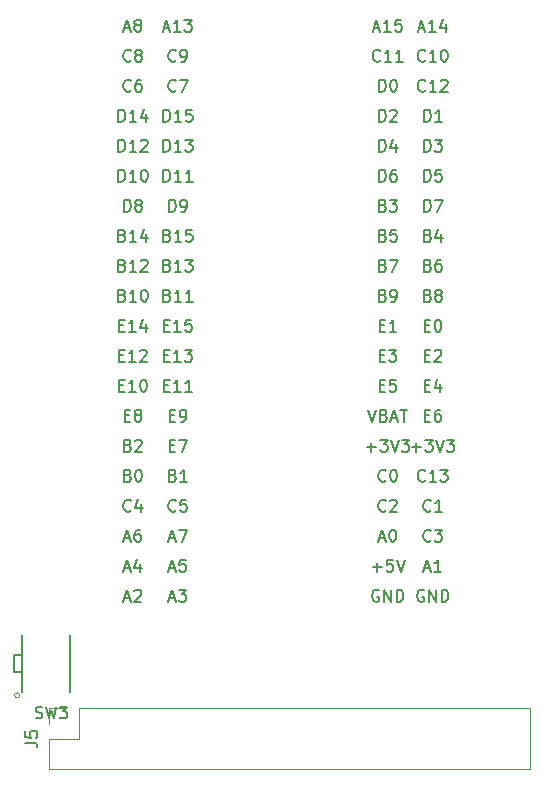
<source format=gbr>
G04 #@! TF.GenerationSoftware,KiCad,Pcbnew,(5.1.4)-1*
G04 #@! TF.CreationDate,2019-12-14T17:44:52+08:00*
G04 #@! TF.ProjectId,STM32F407VTE6-SOCKET,53544d33-3246-4343-9037-565445362d53,rev?*
G04 #@! TF.SameCoordinates,Original*
G04 #@! TF.FileFunction,Legend,Top*
G04 #@! TF.FilePolarity,Positive*
%FSLAX46Y46*%
G04 Gerber Fmt 4.6, Leading zero omitted, Abs format (unit mm)*
G04 Created by KiCad (PCBNEW (5.1.4)-1) date 2019-12-14 17:44:52*
%MOMM*%
%LPD*%
G04 APERTURE LIST*
%ADD10C,0.150000*%
%ADD11C,0.120000*%
%ADD12C,0.200000*%
G04 APERTURE END LIST*
D10*
X133858095Y-163330000D02*
X133762857Y-163282380D01*
X133620000Y-163282380D01*
X133477142Y-163330000D01*
X133381904Y-163425238D01*
X133334285Y-163520476D01*
X133286666Y-163710952D01*
X133286666Y-163853809D01*
X133334285Y-164044285D01*
X133381904Y-164139523D01*
X133477142Y-164234761D01*
X133620000Y-164282380D01*
X133715238Y-164282380D01*
X133858095Y-164234761D01*
X133905714Y-164187142D01*
X133905714Y-163853809D01*
X133715238Y-163853809D01*
X134334285Y-164282380D02*
X134334285Y-163282380D01*
X134905714Y-164282380D01*
X134905714Y-163282380D01*
X135381904Y-164282380D02*
X135381904Y-163282380D01*
X135620000Y-163282380D01*
X135762857Y-163330000D01*
X135858095Y-163425238D01*
X135905714Y-163520476D01*
X135953333Y-163710952D01*
X135953333Y-163853809D01*
X135905714Y-164044285D01*
X135858095Y-164139523D01*
X135762857Y-164234761D01*
X135620000Y-164282380D01*
X135381904Y-164282380D01*
X130048095Y-163330000D02*
X129952857Y-163282380D01*
X129810000Y-163282380D01*
X129667142Y-163330000D01*
X129571904Y-163425238D01*
X129524285Y-163520476D01*
X129476666Y-163710952D01*
X129476666Y-163853809D01*
X129524285Y-164044285D01*
X129571904Y-164139523D01*
X129667142Y-164234761D01*
X129810000Y-164282380D01*
X129905238Y-164282380D01*
X130048095Y-164234761D01*
X130095714Y-164187142D01*
X130095714Y-163853809D01*
X129905238Y-163853809D01*
X130524285Y-164282380D02*
X130524285Y-163282380D01*
X131095714Y-164282380D01*
X131095714Y-163282380D01*
X131571904Y-164282380D02*
X131571904Y-163282380D01*
X131810000Y-163282380D01*
X131952857Y-163330000D01*
X132048095Y-163425238D01*
X132095714Y-163520476D01*
X132143333Y-163710952D01*
X132143333Y-163853809D01*
X132095714Y-164044285D01*
X132048095Y-164139523D01*
X131952857Y-164234761D01*
X131810000Y-164282380D01*
X131571904Y-164282380D01*
X129524285Y-161361428D02*
X130286190Y-161361428D01*
X129905238Y-161742380D02*
X129905238Y-160980476D01*
X131238571Y-160742380D02*
X130762380Y-160742380D01*
X130714761Y-161218571D01*
X130762380Y-161170952D01*
X130857619Y-161123333D01*
X131095714Y-161123333D01*
X131190952Y-161170952D01*
X131238571Y-161218571D01*
X131286190Y-161313809D01*
X131286190Y-161551904D01*
X131238571Y-161647142D01*
X131190952Y-161694761D01*
X131095714Y-161742380D01*
X130857619Y-161742380D01*
X130762380Y-161694761D01*
X130714761Y-161647142D01*
X131571904Y-160742380D02*
X131905238Y-161742380D01*
X132238571Y-160742380D01*
X132858095Y-151201428D02*
X133620000Y-151201428D01*
X133239047Y-151582380D02*
X133239047Y-150820476D01*
X134000952Y-150582380D02*
X134620000Y-150582380D01*
X134286666Y-150963333D01*
X134429523Y-150963333D01*
X134524761Y-151010952D01*
X134572380Y-151058571D01*
X134620000Y-151153809D01*
X134620000Y-151391904D01*
X134572380Y-151487142D01*
X134524761Y-151534761D01*
X134429523Y-151582380D01*
X134143809Y-151582380D01*
X134048571Y-151534761D01*
X134000952Y-151487142D01*
X134905714Y-150582380D02*
X135239047Y-151582380D01*
X135572380Y-150582380D01*
X135810476Y-150582380D02*
X136429523Y-150582380D01*
X136096190Y-150963333D01*
X136239047Y-150963333D01*
X136334285Y-151010952D01*
X136381904Y-151058571D01*
X136429523Y-151153809D01*
X136429523Y-151391904D01*
X136381904Y-151487142D01*
X136334285Y-151534761D01*
X136239047Y-151582380D01*
X135953333Y-151582380D01*
X135858095Y-151534761D01*
X135810476Y-151487142D01*
X129048095Y-151201428D02*
X129810000Y-151201428D01*
X129429047Y-151582380D02*
X129429047Y-150820476D01*
X130190952Y-150582380D02*
X130810000Y-150582380D01*
X130476666Y-150963333D01*
X130619523Y-150963333D01*
X130714761Y-151010952D01*
X130762380Y-151058571D01*
X130810000Y-151153809D01*
X130810000Y-151391904D01*
X130762380Y-151487142D01*
X130714761Y-151534761D01*
X130619523Y-151582380D01*
X130333809Y-151582380D01*
X130238571Y-151534761D01*
X130190952Y-151487142D01*
X131095714Y-150582380D02*
X131429047Y-151582380D01*
X131762380Y-150582380D01*
X132000476Y-150582380D02*
X132619523Y-150582380D01*
X132286190Y-150963333D01*
X132429047Y-150963333D01*
X132524285Y-151010952D01*
X132571904Y-151058571D01*
X132619523Y-151153809D01*
X132619523Y-151391904D01*
X132571904Y-151487142D01*
X132524285Y-151534761D01*
X132429047Y-151582380D01*
X132143333Y-151582380D01*
X132048095Y-151534761D01*
X132000476Y-151487142D01*
X133929523Y-140898571D02*
X134262857Y-140898571D01*
X134405714Y-141422380D02*
X133929523Y-141422380D01*
X133929523Y-140422380D01*
X134405714Y-140422380D01*
X135024761Y-140422380D02*
X135120000Y-140422380D01*
X135215238Y-140470000D01*
X135262857Y-140517619D01*
X135310476Y-140612857D01*
X135358095Y-140803333D01*
X135358095Y-141041428D01*
X135310476Y-141231904D01*
X135262857Y-141327142D01*
X135215238Y-141374761D01*
X135120000Y-141422380D01*
X135024761Y-141422380D01*
X134929523Y-141374761D01*
X134881904Y-141327142D01*
X134834285Y-141231904D01*
X134786666Y-141041428D01*
X134786666Y-140803333D01*
X134834285Y-140612857D01*
X134881904Y-140517619D01*
X134929523Y-140470000D01*
X135024761Y-140422380D01*
X130119523Y-140898571D02*
X130452857Y-140898571D01*
X130595714Y-141422380D02*
X130119523Y-141422380D01*
X130119523Y-140422380D01*
X130595714Y-140422380D01*
X131548095Y-141422380D02*
X130976666Y-141422380D01*
X131262380Y-141422380D02*
X131262380Y-140422380D01*
X131167142Y-140565238D01*
X131071904Y-140660476D01*
X130976666Y-140708095D01*
X133929523Y-143438571D02*
X134262857Y-143438571D01*
X134405714Y-143962380D02*
X133929523Y-143962380D01*
X133929523Y-142962380D01*
X134405714Y-142962380D01*
X134786666Y-143057619D02*
X134834285Y-143010000D01*
X134929523Y-142962380D01*
X135167619Y-142962380D01*
X135262857Y-143010000D01*
X135310476Y-143057619D01*
X135358095Y-143152857D01*
X135358095Y-143248095D01*
X135310476Y-143390952D01*
X134739047Y-143962380D01*
X135358095Y-143962380D01*
X130119523Y-143438571D02*
X130452857Y-143438571D01*
X130595714Y-143962380D02*
X130119523Y-143962380D01*
X130119523Y-142962380D01*
X130595714Y-142962380D01*
X130929047Y-142962380D02*
X131548095Y-142962380D01*
X131214761Y-143343333D01*
X131357619Y-143343333D01*
X131452857Y-143390952D01*
X131500476Y-143438571D01*
X131548095Y-143533809D01*
X131548095Y-143771904D01*
X131500476Y-143867142D01*
X131452857Y-143914761D01*
X131357619Y-143962380D01*
X131071904Y-143962380D01*
X130976666Y-143914761D01*
X130929047Y-143867142D01*
X133929523Y-145978571D02*
X134262857Y-145978571D01*
X134405714Y-146502380D02*
X133929523Y-146502380D01*
X133929523Y-145502380D01*
X134405714Y-145502380D01*
X135262857Y-145835714D02*
X135262857Y-146502380D01*
X135024761Y-145454761D02*
X134786666Y-146169047D01*
X135405714Y-146169047D01*
X130119523Y-145978571D02*
X130452857Y-145978571D01*
X130595714Y-146502380D02*
X130119523Y-146502380D01*
X130119523Y-145502380D01*
X130595714Y-145502380D01*
X131500476Y-145502380D02*
X131024285Y-145502380D01*
X130976666Y-145978571D01*
X131024285Y-145930952D01*
X131119523Y-145883333D01*
X131357619Y-145883333D01*
X131452857Y-145930952D01*
X131500476Y-145978571D01*
X131548095Y-146073809D01*
X131548095Y-146311904D01*
X131500476Y-146407142D01*
X131452857Y-146454761D01*
X131357619Y-146502380D01*
X131119523Y-146502380D01*
X131024285Y-146454761D01*
X130976666Y-146407142D01*
X133929523Y-148518571D02*
X134262857Y-148518571D01*
X134405714Y-149042380D02*
X133929523Y-149042380D01*
X133929523Y-148042380D01*
X134405714Y-148042380D01*
X135262857Y-148042380D02*
X135072380Y-148042380D01*
X134977142Y-148090000D01*
X134929523Y-148137619D01*
X134834285Y-148280476D01*
X134786666Y-148470952D01*
X134786666Y-148851904D01*
X134834285Y-148947142D01*
X134881904Y-148994761D01*
X134977142Y-149042380D01*
X135167619Y-149042380D01*
X135262857Y-148994761D01*
X135310476Y-148947142D01*
X135358095Y-148851904D01*
X135358095Y-148613809D01*
X135310476Y-148518571D01*
X135262857Y-148470952D01*
X135167619Y-148423333D01*
X134977142Y-148423333D01*
X134881904Y-148470952D01*
X134834285Y-148518571D01*
X134786666Y-148613809D01*
X112339523Y-151058571D02*
X112672857Y-151058571D01*
X112815714Y-151582380D02*
X112339523Y-151582380D01*
X112339523Y-150582380D01*
X112815714Y-150582380D01*
X113149047Y-150582380D02*
X113815714Y-150582380D01*
X113387142Y-151582380D01*
X108529523Y-148518571D02*
X108862857Y-148518571D01*
X109005714Y-149042380D02*
X108529523Y-149042380D01*
X108529523Y-148042380D01*
X109005714Y-148042380D01*
X109577142Y-148470952D02*
X109481904Y-148423333D01*
X109434285Y-148375714D01*
X109386666Y-148280476D01*
X109386666Y-148232857D01*
X109434285Y-148137619D01*
X109481904Y-148090000D01*
X109577142Y-148042380D01*
X109767619Y-148042380D01*
X109862857Y-148090000D01*
X109910476Y-148137619D01*
X109958095Y-148232857D01*
X109958095Y-148280476D01*
X109910476Y-148375714D01*
X109862857Y-148423333D01*
X109767619Y-148470952D01*
X109577142Y-148470952D01*
X109481904Y-148518571D01*
X109434285Y-148566190D01*
X109386666Y-148661428D01*
X109386666Y-148851904D01*
X109434285Y-148947142D01*
X109481904Y-148994761D01*
X109577142Y-149042380D01*
X109767619Y-149042380D01*
X109862857Y-148994761D01*
X109910476Y-148947142D01*
X109958095Y-148851904D01*
X109958095Y-148661428D01*
X109910476Y-148566190D01*
X109862857Y-148518571D01*
X109767619Y-148470952D01*
X112339523Y-148518571D02*
X112672857Y-148518571D01*
X112815714Y-149042380D02*
X112339523Y-149042380D01*
X112339523Y-148042380D01*
X112815714Y-148042380D01*
X113291904Y-149042380D02*
X113482380Y-149042380D01*
X113577619Y-148994761D01*
X113625238Y-148947142D01*
X113720476Y-148804285D01*
X113768095Y-148613809D01*
X113768095Y-148232857D01*
X113720476Y-148137619D01*
X113672857Y-148090000D01*
X113577619Y-148042380D01*
X113387142Y-148042380D01*
X113291904Y-148090000D01*
X113244285Y-148137619D01*
X113196666Y-148232857D01*
X113196666Y-148470952D01*
X113244285Y-148566190D01*
X113291904Y-148613809D01*
X113387142Y-148661428D01*
X113577619Y-148661428D01*
X113672857Y-148613809D01*
X113720476Y-148566190D01*
X113768095Y-148470952D01*
X108053333Y-145978571D02*
X108386666Y-145978571D01*
X108529523Y-146502380D02*
X108053333Y-146502380D01*
X108053333Y-145502380D01*
X108529523Y-145502380D01*
X109481904Y-146502380D02*
X108910476Y-146502380D01*
X109196190Y-146502380D02*
X109196190Y-145502380D01*
X109100952Y-145645238D01*
X109005714Y-145740476D01*
X108910476Y-145788095D01*
X110100952Y-145502380D02*
X110196190Y-145502380D01*
X110291428Y-145550000D01*
X110339047Y-145597619D01*
X110386666Y-145692857D01*
X110434285Y-145883333D01*
X110434285Y-146121428D01*
X110386666Y-146311904D01*
X110339047Y-146407142D01*
X110291428Y-146454761D01*
X110196190Y-146502380D01*
X110100952Y-146502380D01*
X110005714Y-146454761D01*
X109958095Y-146407142D01*
X109910476Y-146311904D01*
X109862857Y-146121428D01*
X109862857Y-145883333D01*
X109910476Y-145692857D01*
X109958095Y-145597619D01*
X110005714Y-145550000D01*
X110100952Y-145502380D01*
X111863333Y-145978571D02*
X112196666Y-145978571D01*
X112339523Y-146502380D02*
X111863333Y-146502380D01*
X111863333Y-145502380D01*
X112339523Y-145502380D01*
X113291904Y-146502380D02*
X112720476Y-146502380D01*
X113006190Y-146502380D02*
X113006190Y-145502380D01*
X112910952Y-145645238D01*
X112815714Y-145740476D01*
X112720476Y-145788095D01*
X114244285Y-146502380D02*
X113672857Y-146502380D01*
X113958571Y-146502380D02*
X113958571Y-145502380D01*
X113863333Y-145645238D01*
X113768095Y-145740476D01*
X113672857Y-145788095D01*
X108053333Y-143438571D02*
X108386666Y-143438571D01*
X108529523Y-143962380D02*
X108053333Y-143962380D01*
X108053333Y-142962380D01*
X108529523Y-142962380D01*
X109481904Y-143962380D02*
X108910476Y-143962380D01*
X109196190Y-143962380D02*
X109196190Y-142962380D01*
X109100952Y-143105238D01*
X109005714Y-143200476D01*
X108910476Y-143248095D01*
X109862857Y-143057619D02*
X109910476Y-143010000D01*
X110005714Y-142962380D01*
X110243809Y-142962380D01*
X110339047Y-143010000D01*
X110386666Y-143057619D01*
X110434285Y-143152857D01*
X110434285Y-143248095D01*
X110386666Y-143390952D01*
X109815238Y-143962380D01*
X110434285Y-143962380D01*
X111863333Y-143438571D02*
X112196666Y-143438571D01*
X112339523Y-143962380D02*
X111863333Y-143962380D01*
X111863333Y-142962380D01*
X112339523Y-142962380D01*
X113291904Y-143962380D02*
X112720476Y-143962380D01*
X113006190Y-143962380D02*
X113006190Y-142962380D01*
X112910952Y-143105238D01*
X112815714Y-143200476D01*
X112720476Y-143248095D01*
X113625238Y-142962380D02*
X114244285Y-142962380D01*
X113910952Y-143343333D01*
X114053809Y-143343333D01*
X114149047Y-143390952D01*
X114196666Y-143438571D01*
X114244285Y-143533809D01*
X114244285Y-143771904D01*
X114196666Y-143867142D01*
X114149047Y-143914761D01*
X114053809Y-143962380D01*
X113768095Y-143962380D01*
X113672857Y-143914761D01*
X113625238Y-143867142D01*
X108053333Y-140898571D02*
X108386666Y-140898571D01*
X108529523Y-141422380D02*
X108053333Y-141422380D01*
X108053333Y-140422380D01*
X108529523Y-140422380D01*
X109481904Y-141422380D02*
X108910476Y-141422380D01*
X109196190Y-141422380D02*
X109196190Y-140422380D01*
X109100952Y-140565238D01*
X109005714Y-140660476D01*
X108910476Y-140708095D01*
X110339047Y-140755714D02*
X110339047Y-141422380D01*
X110100952Y-140374761D02*
X109862857Y-141089047D01*
X110481904Y-141089047D01*
X111863333Y-140898571D02*
X112196666Y-140898571D01*
X112339523Y-141422380D02*
X111863333Y-141422380D01*
X111863333Y-140422380D01*
X112339523Y-140422380D01*
X113291904Y-141422380D02*
X112720476Y-141422380D01*
X113006190Y-141422380D02*
X113006190Y-140422380D01*
X112910952Y-140565238D01*
X112815714Y-140660476D01*
X112720476Y-140708095D01*
X114196666Y-140422380D02*
X113720476Y-140422380D01*
X113672857Y-140898571D01*
X113720476Y-140850952D01*
X113815714Y-140803333D01*
X114053809Y-140803333D01*
X114149047Y-140850952D01*
X114196666Y-140898571D01*
X114244285Y-140993809D01*
X114244285Y-141231904D01*
X114196666Y-141327142D01*
X114149047Y-141374761D01*
X114053809Y-141422380D01*
X113815714Y-141422380D01*
X113720476Y-141374761D01*
X113672857Y-141327142D01*
X130071904Y-121102380D02*
X130071904Y-120102380D01*
X130310000Y-120102380D01*
X130452857Y-120150000D01*
X130548095Y-120245238D01*
X130595714Y-120340476D01*
X130643333Y-120530952D01*
X130643333Y-120673809D01*
X130595714Y-120864285D01*
X130548095Y-120959523D01*
X130452857Y-121054761D01*
X130310000Y-121102380D01*
X130071904Y-121102380D01*
X131262380Y-120102380D02*
X131357619Y-120102380D01*
X131452857Y-120150000D01*
X131500476Y-120197619D01*
X131548095Y-120292857D01*
X131595714Y-120483333D01*
X131595714Y-120721428D01*
X131548095Y-120911904D01*
X131500476Y-121007142D01*
X131452857Y-121054761D01*
X131357619Y-121102380D01*
X131262380Y-121102380D01*
X131167142Y-121054761D01*
X131119523Y-121007142D01*
X131071904Y-120911904D01*
X131024285Y-120721428D01*
X131024285Y-120483333D01*
X131071904Y-120292857D01*
X131119523Y-120197619D01*
X131167142Y-120150000D01*
X131262380Y-120102380D01*
X133881904Y-123642380D02*
X133881904Y-122642380D01*
X134120000Y-122642380D01*
X134262857Y-122690000D01*
X134358095Y-122785238D01*
X134405714Y-122880476D01*
X134453333Y-123070952D01*
X134453333Y-123213809D01*
X134405714Y-123404285D01*
X134358095Y-123499523D01*
X134262857Y-123594761D01*
X134120000Y-123642380D01*
X133881904Y-123642380D01*
X135405714Y-123642380D02*
X134834285Y-123642380D01*
X135120000Y-123642380D02*
X135120000Y-122642380D01*
X135024761Y-122785238D01*
X134929523Y-122880476D01*
X134834285Y-122928095D01*
X130071904Y-123642380D02*
X130071904Y-122642380D01*
X130310000Y-122642380D01*
X130452857Y-122690000D01*
X130548095Y-122785238D01*
X130595714Y-122880476D01*
X130643333Y-123070952D01*
X130643333Y-123213809D01*
X130595714Y-123404285D01*
X130548095Y-123499523D01*
X130452857Y-123594761D01*
X130310000Y-123642380D01*
X130071904Y-123642380D01*
X131024285Y-122737619D02*
X131071904Y-122690000D01*
X131167142Y-122642380D01*
X131405238Y-122642380D01*
X131500476Y-122690000D01*
X131548095Y-122737619D01*
X131595714Y-122832857D01*
X131595714Y-122928095D01*
X131548095Y-123070952D01*
X130976666Y-123642380D01*
X131595714Y-123642380D01*
X133881904Y-126182380D02*
X133881904Y-125182380D01*
X134120000Y-125182380D01*
X134262857Y-125230000D01*
X134358095Y-125325238D01*
X134405714Y-125420476D01*
X134453333Y-125610952D01*
X134453333Y-125753809D01*
X134405714Y-125944285D01*
X134358095Y-126039523D01*
X134262857Y-126134761D01*
X134120000Y-126182380D01*
X133881904Y-126182380D01*
X134786666Y-125182380D02*
X135405714Y-125182380D01*
X135072380Y-125563333D01*
X135215238Y-125563333D01*
X135310476Y-125610952D01*
X135358095Y-125658571D01*
X135405714Y-125753809D01*
X135405714Y-125991904D01*
X135358095Y-126087142D01*
X135310476Y-126134761D01*
X135215238Y-126182380D01*
X134929523Y-126182380D01*
X134834285Y-126134761D01*
X134786666Y-126087142D01*
X130071904Y-126182380D02*
X130071904Y-125182380D01*
X130310000Y-125182380D01*
X130452857Y-125230000D01*
X130548095Y-125325238D01*
X130595714Y-125420476D01*
X130643333Y-125610952D01*
X130643333Y-125753809D01*
X130595714Y-125944285D01*
X130548095Y-126039523D01*
X130452857Y-126134761D01*
X130310000Y-126182380D01*
X130071904Y-126182380D01*
X131500476Y-125515714D02*
X131500476Y-126182380D01*
X131262380Y-125134761D02*
X131024285Y-125849047D01*
X131643333Y-125849047D01*
X133881904Y-128722380D02*
X133881904Y-127722380D01*
X134120000Y-127722380D01*
X134262857Y-127770000D01*
X134358095Y-127865238D01*
X134405714Y-127960476D01*
X134453333Y-128150952D01*
X134453333Y-128293809D01*
X134405714Y-128484285D01*
X134358095Y-128579523D01*
X134262857Y-128674761D01*
X134120000Y-128722380D01*
X133881904Y-128722380D01*
X135358095Y-127722380D02*
X134881904Y-127722380D01*
X134834285Y-128198571D01*
X134881904Y-128150952D01*
X134977142Y-128103333D01*
X135215238Y-128103333D01*
X135310476Y-128150952D01*
X135358095Y-128198571D01*
X135405714Y-128293809D01*
X135405714Y-128531904D01*
X135358095Y-128627142D01*
X135310476Y-128674761D01*
X135215238Y-128722380D01*
X134977142Y-128722380D01*
X134881904Y-128674761D01*
X134834285Y-128627142D01*
X130071904Y-128722380D02*
X130071904Y-127722380D01*
X130310000Y-127722380D01*
X130452857Y-127770000D01*
X130548095Y-127865238D01*
X130595714Y-127960476D01*
X130643333Y-128150952D01*
X130643333Y-128293809D01*
X130595714Y-128484285D01*
X130548095Y-128579523D01*
X130452857Y-128674761D01*
X130310000Y-128722380D01*
X130071904Y-128722380D01*
X131500476Y-127722380D02*
X131310000Y-127722380D01*
X131214761Y-127770000D01*
X131167142Y-127817619D01*
X131071904Y-127960476D01*
X131024285Y-128150952D01*
X131024285Y-128531904D01*
X131071904Y-128627142D01*
X131119523Y-128674761D01*
X131214761Y-128722380D01*
X131405238Y-128722380D01*
X131500476Y-128674761D01*
X131548095Y-128627142D01*
X131595714Y-128531904D01*
X131595714Y-128293809D01*
X131548095Y-128198571D01*
X131500476Y-128150952D01*
X131405238Y-128103333D01*
X131214761Y-128103333D01*
X131119523Y-128150952D01*
X131071904Y-128198571D01*
X131024285Y-128293809D01*
X133881904Y-131262380D02*
X133881904Y-130262380D01*
X134120000Y-130262380D01*
X134262857Y-130310000D01*
X134358095Y-130405238D01*
X134405714Y-130500476D01*
X134453333Y-130690952D01*
X134453333Y-130833809D01*
X134405714Y-131024285D01*
X134358095Y-131119523D01*
X134262857Y-131214761D01*
X134120000Y-131262380D01*
X133881904Y-131262380D01*
X134786666Y-130262380D02*
X135453333Y-130262380D01*
X135024761Y-131262380D01*
X108481904Y-131262380D02*
X108481904Y-130262380D01*
X108720000Y-130262380D01*
X108862857Y-130310000D01*
X108958095Y-130405238D01*
X109005714Y-130500476D01*
X109053333Y-130690952D01*
X109053333Y-130833809D01*
X109005714Y-131024285D01*
X108958095Y-131119523D01*
X108862857Y-131214761D01*
X108720000Y-131262380D01*
X108481904Y-131262380D01*
X109624761Y-130690952D02*
X109529523Y-130643333D01*
X109481904Y-130595714D01*
X109434285Y-130500476D01*
X109434285Y-130452857D01*
X109481904Y-130357619D01*
X109529523Y-130310000D01*
X109624761Y-130262380D01*
X109815238Y-130262380D01*
X109910476Y-130310000D01*
X109958095Y-130357619D01*
X110005714Y-130452857D01*
X110005714Y-130500476D01*
X109958095Y-130595714D01*
X109910476Y-130643333D01*
X109815238Y-130690952D01*
X109624761Y-130690952D01*
X109529523Y-130738571D01*
X109481904Y-130786190D01*
X109434285Y-130881428D01*
X109434285Y-131071904D01*
X109481904Y-131167142D01*
X109529523Y-131214761D01*
X109624761Y-131262380D01*
X109815238Y-131262380D01*
X109910476Y-131214761D01*
X109958095Y-131167142D01*
X110005714Y-131071904D01*
X110005714Y-130881428D01*
X109958095Y-130786190D01*
X109910476Y-130738571D01*
X109815238Y-130690952D01*
X112291904Y-131262380D02*
X112291904Y-130262380D01*
X112530000Y-130262380D01*
X112672857Y-130310000D01*
X112768095Y-130405238D01*
X112815714Y-130500476D01*
X112863333Y-130690952D01*
X112863333Y-130833809D01*
X112815714Y-131024285D01*
X112768095Y-131119523D01*
X112672857Y-131214761D01*
X112530000Y-131262380D01*
X112291904Y-131262380D01*
X113339523Y-131262380D02*
X113530000Y-131262380D01*
X113625238Y-131214761D01*
X113672857Y-131167142D01*
X113768095Y-131024285D01*
X113815714Y-130833809D01*
X113815714Y-130452857D01*
X113768095Y-130357619D01*
X113720476Y-130310000D01*
X113625238Y-130262380D01*
X113434761Y-130262380D01*
X113339523Y-130310000D01*
X113291904Y-130357619D01*
X113244285Y-130452857D01*
X113244285Y-130690952D01*
X113291904Y-130786190D01*
X113339523Y-130833809D01*
X113434761Y-130881428D01*
X113625238Y-130881428D01*
X113720476Y-130833809D01*
X113768095Y-130786190D01*
X113815714Y-130690952D01*
X108005714Y-128722380D02*
X108005714Y-127722380D01*
X108243809Y-127722380D01*
X108386666Y-127770000D01*
X108481904Y-127865238D01*
X108529523Y-127960476D01*
X108577142Y-128150952D01*
X108577142Y-128293809D01*
X108529523Y-128484285D01*
X108481904Y-128579523D01*
X108386666Y-128674761D01*
X108243809Y-128722380D01*
X108005714Y-128722380D01*
X109529523Y-128722380D02*
X108958095Y-128722380D01*
X109243809Y-128722380D02*
X109243809Y-127722380D01*
X109148571Y-127865238D01*
X109053333Y-127960476D01*
X108958095Y-128008095D01*
X110148571Y-127722380D02*
X110243809Y-127722380D01*
X110339047Y-127770000D01*
X110386666Y-127817619D01*
X110434285Y-127912857D01*
X110481904Y-128103333D01*
X110481904Y-128341428D01*
X110434285Y-128531904D01*
X110386666Y-128627142D01*
X110339047Y-128674761D01*
X110243809Y-128722380D01*
X110148571Y-128722380D01*
X110053333Y-128674761D01*
X110005714Y-128627142D01*
X109958095Y-128531904D01*
X109910476Y-128341428D01*
X109910476Y-128103333D01*
X109958095Y-127912857D01*
X110005714Y-127817619D01*
X110053333Y-127770000D01*
X110148571Y-127722380D01*
X111815714Y-128722380D02*
X111815714Y-127722380D01*
X112053809Y-127722380D01*
X112196666Y-127770000D01*
X112291904Y-127865238D01*
X112339523Y-127960476D01*
X112387142Y-128150952D01*
X112387142Y-128293809D01*
X112339523Y-128484285D01*
X112291904Y-128579523D01*
X112196666Y-128674761D01*
X112053809Y-128722380D01*
X111815714Y-128722380D01*
X113339523Y-128722380D02*
X112768095Y-128722380D01*
X113053809Y-128722380D02*
X113053809Y-127722380D01*
X112958571Y-127865238D01*
X112863333Y-127960476D01*
X112768095Y-128008095D01*
X114291904Y-128722380D02*
X113720476Y-128722380D01*
X114006190Y-128722380D02*
X114006190Y-127722380D01*
X113910952Y-127865238D01*
X113815714Y-127960476D01*
X113720476Y-128008095D01*
X108005714Y-126182380D02*
X108005714Y-125182380D01*
X108243809Y-125182380D01*
X108386666Y-125230000D01*
X108481904Y-125325238D01*
X108529523Y-125420476D01*
X108577142Y-125610952D01*
X108577142Y-125753809D01*
X108529523Y-125944285D01*
X108481904Y-126039523D01*
X108386666Y-126134761D01*
X108243809Y-126182380D01*
X108005714Y-126182380D01*
X109529523Y-126182380D02*
X108958095Y-126182380D01*
X109243809Y-126182380D02*
X109243809Y-125182380D01*
X109148571Y-125325238D01*
X109053333Y-125420476D01*
X108958095Y-125468095D01*
X109910476Y-125277619D02*
X109958095Y-125230000D01*
X110053333Y-125182380D01*
X110291428Y-125182380D01*
X110386666Y-125230000D01*
X110434285Y-125277619D01*
X110481904Y-125372857D01*
X110481904Y-125468095D01*
X110434285Y-125610952D01*
X109862857Y-126182380D01*
X110481904Y-126182380D01*
X111815714Y-126182380D02*
X111815714Y-125182380D01*
X112053809Y-125182380D01*
X112196666Y-125230000D01*
X112291904Y-125325238D01*
X112339523Y-125420476D01*
X112387142Y-125610952D01*
X112387142Y-125753809D01*
X112339523Y-125944285D01*
X112291904Y-126039523D01*
X112196666Y-126134761D01*
X112053809Y-126182380D01*
X111815714Y-126182380D01*
X113339523Y-126182380D02*
X112768095Y-126182380D01*
X113053809Y-126182380D02*
X113053809Y-125182380D01*
X112958571Y-125325238D01*
X112863333Y-125420476D01*
X112768095Y-125468095D01*
X113672857Y-125182380D02*
X114291904Y-125182380D01*
X113958571Y-125563333D01*
X114101428Y-125563333D01*
X114196666Y-125610952D01*
X114244285Y-125658571D01*
X114291904Y-125753809D01*
X114291904Y-125991904D01*
X114244285Y-126087142D01*
X114196666Y-126134761D01*
X114101428Y-126182380D01*
X113815714Y-126182380D01*
X113720476Y-126134761D01*
X113672857Y-126087142D01*
X108005714Y-123642380D02*
X108005714Y-122642380D01*
X108243809Y-122642380D01*
X108386666Y-122690000D01*
X108481904Y-122785238D01*
X108529523Y-122880476D01*
X108577142Y-123070952D01*
X108577142Y-123213809D01*
X108529523Y-123404285D01*
X108481904Y-123499523D01*
X108386666Y-123594761D01*
X108243809Y-123642380D01*
X108005714Y-123642380D01*
X109529523Y-123642380D02*
X108958095Y-123642380D01*
X109243809Y-123642380D02*
X109243809Y-122642380D01*
X109148571Y-122785238D01*
X109053333Y-122880476D01*
X108958095Y-122928095D01*
X110386666Y-122975714D02*
X110386666Y-123642380D01*
X110148571Y-122594761D02*
X109910476Y-123309047D01*
X110529523Y-123309047D01*
X111815714Y-123642380D02*
X111815714Y-122642380D01*
X112053809Y-122642380D01*
X112196666Y-122690000D01*
X112291904Y-122785238D01*
X112339523Y-122880476D01*
X112387142Y-123070952D01*
X112387142Y-123213809D01*
X112339523Y-123404285D01*
X112291904Y-123499523D01*
X112196666Y-123594761D01*
X112053809Y-123642380D01*
X111815714Y-123642380D01*
X113339523Y-123642380D02*
X112768095Y-123642380D01*
X113053809Y-123642380D02*
X113053809Y-122642380D01*
X112958571Y-122785238D01*
X112863333Y-122880476D01*
X112768095Y-122928095D01*
X114244285Y-122642380D02*
X113768095Y-122642380D01*
X113720476Y-123118571D01*
X113768095Y-123070952D01*
X113863333Y-123023333D01*
X114101428Y-123023333D01*
X114196666Y-123070952D01*
X114244285Y-123118571D01*
X114291904Y-123213809D01*
X114291904Y-123451904D01*
X114244285Y-123547142D01*
X114196666Y-123594761D01*
X114101428Y-123642380D01*
X113863333Y-123642380D01*
X113768095Y-123594761D01*
X113720476Y-123547142D01*
X108815238Y-153598571D02*
X108958095Y-153646190D01*
X109005714Y-153693809D01*
X109053333Y-153789047D01*
X109053333Y-153931904D01*
X109005714Y-154027142D01*
X108958095Y-154074761D01*
X108862857Y-154122380D01*
X108481904Y-154122380D01*
X108481904Y-153122380D01*
X108815238Y-153122380D01*
X108910476Y-153170000D01*
X108958095Y-153217619D01*
X109005714Y-153312857D01*
X109005714Y-153408095D01*
X108958095Y-153503333D01*
X108910476Y-153550952D01*
X108815238Y-153598571D01*
X108481904Y-153598571D01*
X109672380Y-153122380D02*
X109767619Y-153122380D01*
X109862857Y-153170000D01*
X109910476Y-153217619D01*
X109958095Y-153312857D01*
X110005714Y-153503333D01*
X110005714Y-153741428D01*
X109958095Y-153931904D01*
X109910476Y-154027142D01*
X109862857Y-154074761D01*
X109767619Y-154122380D01*
X109672380Y-154122380D01*
X109577142Y-154074761D01*
X109529523Y-154027142D01*
X109481904Y-153931904D01*
X109434285Y-153741428D01*
X109434285Y-153503333D01*
X109481904Y-153312857D01*
X109529523Y-153217619D01*
X109577142Y-153170000D01*
X109672380Y-153122380D01*
X112625238Y-153598571D02*
X112768095Y-153646190D01*
X112815714Y-153693809D01*
X112863333Y-153789047D01*
X112863333Y-153931904D01*
X112815714Y-154027142D01*
X112768095Y-154074761D01*
X112672857Y-154122380D01*
X112291904Y-154122380D01*
X112291904Y-153122380D01*
X112625238Y-153122380D01*
X112720476Y-153170000D01*
X112768095Y-153217619D01*
X112815714Y-153312857D01*
X112815714Y-153408095D01*
X112768095Y-153503333D01*
X112720476Y-153550952D01*
X112625238Y-153598571D01*
X112291904Y-153598571D01*
X113815714Y-154122380D02*
X113244285Y-154122380D01*
X113530000Y-154122380D02*
X113530000Y-153122380D01*
X113434761Y-153265238D01*
X113339523Y-153360476D01*
X113244285Y-153408095D01*
X108815238Y-151058571D02*
X108958095Y-151106190D01*
X109005714Y-151153809D01*
X109053333Y-151249047D01*
X109053333Y-151391904D01*
X109005714Y-151487142D01*
X108958095Y-151534761D01*
X108862857Y-151582380D01*
X108481904Y-151582380D01*
X108481904Y-150582380D01*
X108815238Y-150582380D01*
X108910476Y-150630000D01*
X108958095Y-150677619D01*
X109005714Y-150772857D01*
X109005714Y-150868095D01*
X108958095Y-150963333D01*
X108910476Y-151010952D01*
X108815238Y-151058571D01*
X108481904Y-151058571D01*
X109434285Y-150677619D02*
X109481904Y-150630000D01*
X109577142Y-150582380D01*
X109815238Y-150582380D01*
X109910476Y-150630000D01*
X109958095Y-150677619D01*
X110005714Y-150772857D01*
X110005714Y-150868095D01*
X109958095Y-151010952D01*
X109386666Y-151582380D01*
X110005714Y-151582380D01*
X130405238Y-130738571D02*
X130548095Y-130786190D01*
X130595714Y-130833809D01*
X130643333Y-130929047D01*
X130643333Y-131071904D01*
X130595714Y-131167142D01*
X130548095Y-131214761D01*
X130452857Y-131262380D01*
X130071904Y-131262380D01*
X130071904Y-130262380D01*
X130405238Y-130262380D01*
X130500476Y-130310000D01*
X130548095Y-130357619D01*
X130595714Y-130452857D01*
X130595714Y-130548095D01*
X130548095Y-130643333D01*
X130500476Y-130690952D01*
X130405238Y-130738571D01*
X130071904Y-130738571D01*
X130976666Y-130262380D02*
X131595714Y-130262380D01*
X131262380Y-130643333D01*
X131405238Y-130643333D01*
X131500476Y-130690952D01*
X131548095Y-130738571D01*
X131595714Y-130833809D01*
X131595714Y-131071904D01*
X131548095Y-131167142D01*
X131500476Y-131214761D01*
X131405238Y-131262380D01*
X131119523Y-131262380D01*
X131024285Y-131214761D01*
X130976666Y-131167142D01*
X134215238Y-133278571D02*
X134358095Y-133326190D01*
X134405714Y-133373809D01*
X134453333Y-133469047D01*
X134453333Y-133611904D01*
X134405714Y-133707142D01*
X134358095Y-133754761D01*
X134262857Y-133802380D01*
X133881904Y-133802380D01*
X133881904Y-132802380D01*
X134215238Y-132802380D01*
X134310476Y-132850000D01*
X134358095Y-132897619D01*
X134405714Y-132992857D01*
X134405714Y-133088095D01*
X134358095Y-133183333D01*
X134310476Y-133230952D01*
X134215238Y-133278571D01*
X133881904Y-133278571D01*
X135310476Y-133135714D02*
X135310476Y-133802380D01*
X135072380Y-132754761D02*
X134834285Y-133469047D01*
X135453333Y-133469047D01*
X130405238Y-133278571D02*
X130548095Y-133326190D01*
X130595714Y-133373809D01*
X130643333Y-133469047D01*
X130643333Y-133611904D01*
X130595714Y-133707142D01*
X130548095Y-133754761D01*
X130452857Y-133802380D01*
X130071904Y-133802380D01*
X130071904Y-132802380D01*
X130405238Y-132802380D01*
X130500476Y-132850000D01*
X130548095Y-132897619D01*
X130595714Y-132992857D01*
X130595714Y-133088095D01*
X130548095Y-133183333D01*
X130500476Y-133230952D01*
X130405238Y-133278571D01*
X130071904Y-133278571D01*
X131548095Y-132802380D02*
X131071904Y-132802380D01*
X131024285Y-133278571D01*
X131071904Y-133230952D01*
X131167142Y-133183333D01*
X131405238Y-133183333D01*
X131500476Y-133230952D01*
X131548095Y-133278571D01*
X131595714Y-133373809D01*
X131595714Y-133611904D01*
X131548095Y-133707142D01*
X131500476Y-133754761D01*
X131405238Y-133802380D01*
X131167142Y-133802380D01*
X131071904Y-133754761D01*
X131024285Y-133707142D01*
X134215238Y-135818571D02*
X134358095Y-135866190D01*
X134405714Y-135913809D01*
X134453333Y-136009047D01*
X134453333Y-136151904D01*
X134405714Y-136247142D01*
X134358095Y-136294761D01*
X134262857Y-136342380D01*
X133881904Y-136342380D01*
X133881904Y-135342380D01*
X134215238Y-135342380D01*
X134310476Y-135390000D01*
X134358095Y-135437619D01*
X134405714Y-135532857D01*
X134405714Y-135628095D01*
X134358095Y-135723333D01*
X134310476Y-135770952D01*
X134215238Y-135818571D01*
X133881904Y-135818571D01*
X135310476Y-135342380D02*
X135120000Y-135342380D01*
X135024761Y-135390000D01*
X134977142Y-135437619D01*
X134881904Y-135580476D01*
X134834285Y-135770952D01*
X134834285Y-136151904D01*
X134881904Y-136247142D01*
X134929523Y-136294761D01*
X135024761Y-136342380D01*
X135215238Y-136342380D01*
X135310476Y-136294761D01*
X135358095Y-136247142D01*
X135405714Y-136151904D01*
X135405714Y-135913809D01*
X135358095Y-135818571D01*
X135310476Y-135770952D01*
X135215238Y-135723333D01*
X135024761Y-135723333D01*
X134929523Y-135770952D01*
X134881904Y-135818571D01*
X134834285Y-135913809D01*
X130405238Y-135818571D02*
X130548095Y-135866190D01*
X130595714Y-135913809D01*
X130643333Y-136009047D01*
X130643333Y-136151904D01*
X130595714Y-136247142D01*
X130548095Y-136294761D01*
X130452857Y-136342380D01*
X130071904Y-136342380D01*
X130071904Y-135342380D01*
X130405238Y-135342380D01*
X130500476Y-135390000D01*
X130548095Y-135437619D01*
X130595714Y-135532857D01*
X130595714Y-135628095D01*
X130548095Y-135723333D01*
X130500476Y-135770952D01*
X130405238Y-135818571D01*
X130071904Y-135818571D01*
X130976666Y-135342380D02*
X131643333Y-135342380D01*
X131214761Y-136342380D01*
X134215238Y-138358571D02*
X134358095Y-138406190D01*
X134405714Y-138453809D01*
X134453333Y-138549047D01*
X134453333Y-138691904D01*
X134405714Y-138787142D01*
X134358095Y-138834761D01*
X134262857Y-138882380D01*
X133881904Y-138882380D01*
X133881904Y-137882380D01*
X134215238Y-137882380D01*
X134310476Y-137930000D01*
X134358095Y-137977619D01*
X134405714Y-138072857D01*
X134405714Y-138168095D01*
X134358095Y-138263333D01*
X134310476Y-138310952D01*
X134215238Y-138358571D01*
X133881904Y-138358571D01*
X135024761Y-138310952D02*
X134929523Y-138263333D01*
X134881904Y-138215714D01*
X134834285Y-138120476D01*
X134834285Y-138072857D01*
X134881904Y-137977619D01*
X134929523Y-137930000D01*
X135024761Y-137882380D01*
X135215238Y-137882380D01*
X135310476Y-137930000D01*
X135358095Y-137977619D01*
X135405714Y-138072857D01*
X135405714Y-138120476D01*
X135358095Y-138215714D01*
X135310476Y-138263333D01*
X135215238Y-138310952D01*
X135024761Y-138310952D01*
X134929523Y-138358571D01*
X134881904Y-138406190D01*
X134834285Y-138501428D01*
X134834285Y-138691904D01*
X134881904Y-138787142D01*
X134929523Y-138834761D01*
X135024761Y-138882380D01*
X135215238Y-138882380D01*
X135310476Y-138834761D01*
X135358095Y-138787142D01*
X135405714Y-138691904D01*
X135405714Y-138501428D01*
X135358095Y-138406190D01*
X135310476Y-138358571D01*
X135215238Y-138310952D01*
X130405238Y-138358571D02*
X130548095Y-138406190D01*
X130595714Y-138453809D01*
X130643333Y-138549047D01*
X130643333Y-138691904D01*
X130595714Y-138787142D01*
X130548095Y-138834761D01*
X130452857Y-138882380D01*
X130071904Y-138882380D01*
X130071904Y-137882380D01*
X130405238Y-137882380D01*
X130500476Y-137930000D01*
X130548095Y-137977619D01*
X130595714Y-138072857D01*
X130595714Y-138168095D01*
X130548095Y-138263333D01*
X130500476Y-138310952D01*
X130405238Y-138358571D01*
X130071904Y-138358571D01*
X131119523Y-138882380D02*
X131310000Y-138882380D01*
X131405238Y-138834761D01*
X131452857Y-138787142D01*
X131548095Y-138644285D01*
X131595714Y-138453809D01*
X131595714Y-138072857D01*
X131548095Y-137977619D01*
X131500476Y-137930000D01*
X131405238Y-137882380D01*
X131214761Y-137882380D01*
X131119523Y-137930000D01*
X131071904Y-137977619D01*
X131024285Y-138072857D01*
X131024285Y-138310952D01*
X131071904Y-138406190D01*
X131119523Y-138453809D01*
X131214761Y-138501428D01*
X131405238Y-138501428D01*
X131500476Y-138453809D01*
X131548095Y-138406190D01*
X131595714Y-138310952D01*
X108339047Y-138358571D02*
X108481904Y-138406190D01*
X108529523Y-138453809D01*
X108577142Y-138549047D01*
X108577142Y-138691904D01*
X108529523Y-138787142D01*
X108481904Y-138834761D01*
X108386666Y-138882380D01*
X108005714Y-138882380D01*
X108005714Y-137882380D01*
X108339047Y-137882380D01*
X108434285Y-137930000D01*
X108481904Y-137977619D01*
X108529523Y-138072857D01*
X108529523Y-138168095D01*
X108481904Y-138263333D01*
X108434285Y-138310952D01*
X108339047Y-138358571D01*
X108005714Y-138358571D01*
X109529523Y-138882380D02*
X108958095Y-138882380D01*
X109243809Y-138882380D02*
X109243809Y-137882380D01*
X109148571Y-138025238D01*
X109053333Y-138120476D01*
X108958095Y-138168095D01*
X110148571Y-137882380D02*
X110243809Y-137882380D01*
X110339047Y-137930000D01*
X110386666Y-137977619D01*
X110434285Y-138072857D01*
X110481904Y-138263333D01*
X110481904Y-138501428D01*
X110434285Y-138691904D01*
X110386666Y-138787142D01*
X110339047Y-138834761D01*
X110243809Y-138882380D01*
X110148571Y-138882380D01*
X110053333Y-138834761D01*
X110005714Y-138787142D01*
X109958095Y-138691904D01*
X109910476Y-138501428D01*
X109910476Y-138263333D01*
X109958095Y-138072857D01*
X110005714Y-137977619D01*
X110053333Y-137930000D01*
X110148571Y-137882380D01*
X112149047Y-138358571D02*
X112291904Y-138406190D01*
X112339523Y-138453809D01*
X112387142Y-138549047D01*
X112387142Y-138691904D01*
X112339523Y-138787142D01*
X112291904Y-138834761D01*
X112196666Y-138882380D01*
X111815714Y-138882380D01*
X111815714Y-137882380D01*
X112149047Y-137882380D01*
X112244285Y-137930000D01*
X112291904Y-137977619D01*
X112339523Y-138072857D01*
X112339523Y-138168095D01*
X112291904Y-138263333D01*
X112244285Y-138310952D01*
X112149047Y-138358571D01*
X111815714Y-138358571D01*
X113339523Y-138882380D02*
X112768095Y-138882380D01*
X113053809Y-138882380D02*
X113053809Y-137882380D01*
X112958571Y-138025238D01*
X112863333Y-138120476D01*
X112768095Y-138168095D01*
X114291904Y-138882380D02*
X113720476Y-138882380D01*
X114006190Y-138882380D02*
X114006190Y-137882380D01*
X113910952Y-138025238D01*
X113815714Y-138120476D01*
X113720476Y-138168095D01*
X108339047Y-135818571D02*
X108481904Y-135866190D01*
X108529523Y-135913809D01*
X108577142Y-136009047D01*
X108577142Y-136151904D01*
X108529523Y-136247142D01*
X108481904Y-136294761D01*
X108386666Y-136342380D01*
X108005714Y-136342380D01*
X108005714Y-135342380D01*
X108339047Y-135342380D01*
X108434285Y-135390000D01*
X108481904Y-135437619D01*
X108529523Y-135532857D01*
X108529523Y-135628095D01*
X108481904Y-135723333D01*
X108434285Y-135770952D01*
X108339047Y-135818571D01*
X108005714Y-135818571D01*
X109529523Y-136342380D02*
X108958095Y-136342380D01*
X109243809Y-136342380D02*
X109243809Y-135342380D01*
X109148571Y-135485238D01*
X109053333Y-135580476D01*
X108958095Y-135628095D01*
X109910476Y-135437619D02*
X109958095Y-135390000D01*
X110053333Y-135342380D01*
X110291428Y-135342380D01*
X110386666Y-135390000D01*
X110434285Y-135437619D01*
X110481904Y-135532857D01*
X110481904Y-135628095D01*
X110434285Y-135770952D01*
X109862857Y-136342380D01*
X110481904Y-136342380D01*
X112149047Y-135818571D02*
X112291904Y-135866190D01*
X112339523Y-135913809D01*
X112387142Y-136009047D01*
X112387142Y-136151904D01*
X112339523Y-136247142D01*
X112291904Y-136294761D01*
X112196666Y-136342380D01*
X111815714Y-136342380D01*
X111815714Y-135342380D01*
X112149047Y-135342380D01*
X112244285Y-135390000D01*
X112291904Y-135437619D01*
X112339523Y-135532857D01*
X112339523Y-135628095D01*
X112291904Y-135723333D01*
X112244285Y-135770952D01*
X112149047Y-135818571D01*
X111815714Y-135818571D01*
X113339523Y-136342380D02*
X112768095Y-136342380D01*
X113053809Y-136342380D02*
X113053809Y-135342380D01*
X112958571Y-135485238D01*
X112863333Y-135580476D01*
X112768095Y-135628095D01*
X113672857Y-135342380D02*
X114291904Y-135342380D01*
X113958571Y-135723333D01*
X114101428Y-135723333D01*
X114196666Y-135770952D01*
X114244285Y-135818571D01*
X114291904Y-135913809D01*
X114291904Y-136151904D01*
X114244285Y-136247142D01*
X114196666Y-136294761D01*
X114101428Y-136342380D01*
X113815714Y-136342380D01*
X113720476Y-136294761D01*
X113672857Y-136247142D01*
X108339047Y-133278571D02*
X108481904Y-133326190D01*
X108529523Y-133373809D01*
X108577142Y-133469047D01*
X108577142Y-133611904D01*
X108529523Y-133707142D01*
X108481904Y-133754761D01*
X108386666Y-133802380D01*
X108005714Y-133802380D01*
X108005714Y-132802380D01*
X108339047Y-132802380D01*
X108434285Y-132850000D01*
X108481904Y-132897619D01*
X108529523Y-132992857D01*
X108529523Y-133088095D01*
X108481904Y-133183333D01*
X108434285Y-133230952D01*
X108339047Y-133278571D01*
X108005714Y-133278571D01*
X109529523Y-133802380D02*
X108958095Y-133802380D01*
X109243809Y-133802380D02*
X109243809Y-132802380D01*
X109148571Y-132945238D01*
X109053333Y-133040476D01*
X108958095Y-133088095D01*
X110386666Y-133135714D02*
X110386666Y-133802380D01*
X110148571Y-132754761D02*
X109910476Y-133469047D01*
X110529523Y-133469047D01*
X112149047Y-133278571D02*
X112291904Y-133326190D01*
X112339523Y-133373809D01*
X112387142Y-133469047D01*
X112387142Y-133611904D01*
X112339523Y-133707142D01*
X112291904Y-133754761D01*
X112196666Y-133802380D01*
X111815714Y-133802380D01*
X111815714Y-132802380D01*
X112149047Y-132802380D01*
X112244285Y-132850000D01*
X112291904Y-132897619D01*
X112339523Y-132992857D01*
X112339523Y-133088095D01*
X112291904Y-133183333D01*
X112244285Y-133230952D01*
X112149047Y-133278571D01*
X111815714Y-133278571D01*
X113339523Y-133802380D02*
X112768095Y-133802380D01*
X113053809Y-133802380D02*
X113053809Y-132802380D01*
X112958571Y-132945238D01*
X112863333Y-133040476D01*
X112768095Y-133088095D01*
X114244285Y-132802380D02*
X113768095Y-132802380D01*
X113720476Y-133278571D01*
X113768095Y-133230952D01*
X113863333Y-133183333D01*
X114101428Y-133183333D01*
X114196666Y-133230952D01*
X114244285Y-133278571D01*
X114291904Y-133373809D01*
X114291904Y-133611904D01*
X114244285Y-133707142D01*
X114196666Y-133754761D01*
X114101428Y-133802380D01*
X113863333Y-133802380D01*
X113768095Y-133754761D01*
X113720476Y-133707142D01*
X130095714Y-158916666D02*
X130571904Y-158916666D01*
X130000476Y-159202380D02*
X130333809Y-158202380D01*
X130667142Y-159202380D01*
X131190952Y-158202380D02*
X131286190Y-158202380D01*
X131381428Y-158250000D01*
X131429047Y-158297619D01*
X131476666Y-158392857D01*
X131524285Y-158583333D01*
X131524285Y-158821428D01*
X131476666Y-159011904D01*
X131429047Y-159107142D01*
X131381428Y-159154761D01*
X131286190Y-159202380D01*
X131190952Y-159202380D01*
X131095714Y-159154761D01*
X131048095Y-159107142D01*
X131000476Y-159011904D01*
X130952857Y-158821428D01*
X130952857Y-158583333D01*
X131000476Y-158392857D01*
X131048095Y-158297619D01*
X131095714Y-158250000D01*
X131190952Y-158202380D01*
X133905714Y-161456666D02*
X134381904Y-161456666D01*
X133810476Y-161742380D02*
X134143809Y-160742380D01*
X134477142Y-161742380D01*
X135334285Y-161742380D02*
X134762857Y-161742380D01*
X135048571Y-161742380D02*
X135048571Y-160742380D01*
X134953333Y-160885238D01*
X134858095Y-160980476D01*
X134762857Y-161028095D01*
X108505714Y-163996666D02*
X108981904Y-163996666D01*
X108410476Y-164282380D02*
X108743809Y-163282380D01*
X109077142Y-164282380D01*
X109362857Y-163377619D02*
X109410476Y-163330000D01*
X109505714Y-163282380D01*
X109743809Y-163282380D01*
X109839047Y-163330000D01*
X109886666Y-163377619D01*
X109934285Y-163472857D01*
X109934285Y-163568095D01*
X109886666Y-163710952D01*
X109315238Y-164282380D01*
X109934285Y-164282380D01*
X112315714Y-163996666D02*
X112791904Y-163996666D01*
X112220476Y-164282380D02*
X112553809Y-163282380D01*
X112887142Y-164282380D01*
X113125238Y-163282380D02*
X113744285Y-163282380D01*
X113410952Y-163663333D01*
X113553809Y-163663333D01*
X113649047Y-163710952D01*
X113696666Y-163758571D01*
X113744285Y-163853809D01*
X113744285Y-164091904D01*
X113696666Y-164187142D01*
X113649047Y-164234761D01*
X113553809Y-164282380D01*
X113268095Y-164282380D01*
X113172857Y-164234761D01*
X113125238Y-164187142D01*
X108505714Y-161456666D02*
X108981904Y-161456666D01*
X108410476Y-161742380D02*
X108743809Y-160742380D01*
X109077142Y-161742380D01*
X109839047Y-161075714D02*
X109839047Y-161742380D01*
X109600952Y-160694761D02*
X109362857Y-161409047D01*
X109981904Y-161409047D01*
X112315714Y-161456666D02*
X112791904Y-161456666D01*
X112220476Y-161742380D02*
X112553809Y-160742380D01*
X112887142Y-161742380D01*
X113696666Y-160742380D02*
X113220476Y-160742380D01*
X113172857Y-161218571D01*
X113220476Y-161170952D01*
X113315714Y-161123333D01*
X113553809Y-161123333D01*
X113649047Y-161170952D01*
X113696666Y-161218571D01*
X113744285Y-161313809D01*
X113744285Y-161551904D01*
X113696666Y-161647142D01*
X113649047Y-161694761D01*
X113553809Y-161742380D01*
X113315714Y-161742380D01*
X113220476Y-161694761D01*
X113172857Y-161647142D01*
X108505714Y-158916666D02*
X108981904Y-158916666D01*
X108410476Y-159202380D02*
X108743809Y-158202380D01*
X109077142Y-159202380D01*
X109839047Y-158202380D02*
X109648571Y-158202380D01*
X109553333Y-158250000D01*
X109505714Y-158297619D01*
X109410476Y-158440476D01*
X109362857Y-158630952D01*
X109362857Y-159011904D01*
X109410476Y-159107142D01*
X109458095Y-159154761D01*
X109553333Y-159202380D01*
X109743809Y-159202380D01*
X109839047Y-159154761D01*
X109886666Y-159107142D01*
X109934285Y-159011904D01*
X109934285Y-158773809D01*
X109886666Y-158678571D01*
X109839047Y-158630952D01*
X109743809Y-158583333D01*
X109553333Y-158583333D01*
X109458095Y-158630952D01*
X109410476Y-158678571D01*
X109362857Y-158773809D01*
X112315714Y-158916666D02*
X112791904Y-158916666D01*
X112220476Y-159202380D02*
X112553809Y-158202380D01*
X112887142Y-159202380D01*
X113125238Y-158202380D02*
X113791904Y-158202380D01*
X113363333Y-159202380D01*
X129167142Y-148042380D02*
X129500476Y-149042380D01*
X129833809Y-148042380D01*
X130500476Y-148518571D02*
X130643333Y-148566190D01*
X130690952Y-148613809D01*
X130738571Y-148709047D01*
X130738571Y-148851904D01*
X130690952Y-148947142D01*
X130643333Y-148994761D01*
X130548095Y-149042380D01*
X130167142Y-149042380D01*
X130167142Y-148042380D01*
X130500476Y-148042380D01*
X130595714Y-148090000D01*
X130643333Y-148137619D01*
X130690952Y-148232857D01*
X130690952Y-148328095D01*
X130643333Y-148423333D01*
X130595714Y-148470952D01*
X130500476Y-148518571D01*
X130167142Y-148518571D01*
X131119523Y-148756666D02*
X131595714Y-148756666D01*
X131024285Y-149042380D02*
X131357619Y-148042380D01*
X131690952Y-149042380D01*
X131881428Y-148042380D02*
X132452857Y-148042380D01*
X132167142Y-149042380D02*
X132167142Y-148042380D01*
X133429523Y-115736666D02*
X133905714Y-115736666D01*
X133334285Y-116022380D02*
X133667619Y-115022380D01*
X134000952Y-116022380D01*
X134858095Y-116022380D02*
X134286666Y-116022380D01*
X134572380Y-116022380D02*
X134572380Y-115022380D01*
X134477142Y-115165238D01*
X134381904Y-115260476D01*
X134286666Y-115308095D01*
X135715238Y-115355714D02*
X135715238Y-116022380D01*
X135477142Y-114974761D02*
X135239047Y-115689047D01*
X135858095Y-115689047D01*
X129619523Y-115736666D02*
X130095714Y-115736666D01*
X129524285Y-116022380D02*
X129857619Y-115022380D01*
X130190952Y-116022380D01*
X131048095Y-116022380D02*
X130476666Y-116022380D01*
X130762380Y-116022380D02*
X130762380Y-115022380D01*
X130667142Y-115165238D01*
X130571904Y-115260476D01*
X130476666Y-115308095D01*
X131952857Y-115022380D02*
X131476666Y-115022380D01*
X131429047Y-115498571D01*
X131476666Y-115450952D01*
X131571904Y-115403333D01*
X131810000Y-115403333D01*
X131905238Y-115450952D01*
X131952857Y-115498571D01*
X132000476Y-115593809D01*
X132000476Y-115831904D01*
X131952857Y-115927142D01*
X131905238Y-115974761D01*
X131810000Y-116022380D01*
X131571904Y-116022380D01*
X131476666Y-115974761D01*
X131429047Y-115927142D01*
X130643333Y-154027142D02*
X130595714Y-154074761D01*
X130452857Y-154122380D01*
X130357619Y-154122380D01*
X130214761Y-154074761D01*
X130119523Y-153979523D01*
X130071904Y-153884285D01*
X130024285Y-153693809D01*
X130024285Y-153550952D01*
X130071904Y-153360476D01*
X130119523Y-153265238D01*
X130214761Y-153170000D01*
X130357619Y-153122380D01*
X130452857Y-153122380D01*
X130595714Y-153170000D01*
X130643333Y-153217619D01*
X131262380Y-153122380D02*
X131357619Y-153122380D01*
X131452857Y-153170000D01*
X131500476Y-153217619D01*
X131548095Y-153312857D01*
X131595714Y-153503333D01*
X131595714Y-153741428D01*
X131548095Y-153931904D01*
X131500476Y-154027142D01*
X131452857Y-154074761D01*
X131357619Y-154122380D01*
X131262380Y-154122380D01*
X131167142Y-154074761D01*
X131119523Y-154027142D01*
X131071904Y-153931904D01*
X131024285Y-153741428D01*
X131024285Y-153503333D01*
X131071904Y-153312857D01*
X131119523Y-153217619D01*
X131167142Y-153170000D01*
X131262380Y-153122380D01*
X134453333Y-156567142D02*
X134405714Y-156614761D01*
X134262857Y-156662380D01*
X134167619Y-156662380D01*
X134024761Y-156614761D01*
X133929523Y-156519523D01*
X133881904Y-156424285D01*
X133834285Y-156233809D01*
X133834285Y-156090952D01*
X133881904Y-155900476D01*
X133929523Y-155805238D01*
X134024761Y-155710000D01*
X134167619Y-155662380D01*
X134262857Y-155662380D01*
X134405714Y-155710000D01*
X134453333Y-155757619D01*
X135405714Y-156662380D02*
X134834285Y-156662380D01*
X135120000Y-156662380D02*
X135120000Y-155662380D01*
X135024761Y-155805238D01*
X134929523Y-155900476D01*
X134834285Y-155948095D01*
X130643333Y-156567142D02*
X130595714Y-156614761D01*
X130452857Y-156662380D01*
X130357619Y-156662380D01*
X130214761Y-156614761D01*
X130119523Y-156519523D01*
X130071904Y-156424285D01*
X130024285Y-156233809D01*
X130024285Y-156090952D01*
X130071904Y-155900476D01*
X130119523Y-155805238D01*
X130214761Y-155710000D01*
X130357619Y-155662380D01*
X130452857Y-155662380D01*
X130595714Y-155710000D01*
X130643333Y-155757619D01*
X131024285Y-155757619D02*
X131071904Y-155710000D01*
X131167142Y-155662380D01*
X131405238Y-155662380D01*
X131500476Y-155710000D01*
X131548095Y-155757619D01*
X131595714Y-155852857D01*
X131595714Y-155948095D01*
X131548095Y-156090952D01*
X130976666Y-156662380D01*
X131595714Y-156662380D01*
X134453333Y-159107142D02*
X134405714Y-159154761D01*
X134262857Y-159202380D01*
X134167619Y-159202380D01*
X134024761Y-159154761D01*
X133929523Y-159059523D01*
X133881904Y-158964285D01*
X133834285Y-158773809D01*
X133834285Y-158630952D01*
X133881904Y-158440476D01*
X133929523Y-158345238D01*
X134024761Y-158250000D01*
X134167619Y-158202380D01*
X134262857Y-158202380D01*
X134405714Y-158250000D01*
X134453333Y-158297619D01*
X134786666Y-158202380D02*
X135405714Y-158202380D01*
X135072380Y-158583333D01*
X135215238Y-158583333D01*
X135310476Y-158630952D01*
X135358095Y-158678571D01*
X135405714Y-158773809D01*
X135405714Y-159011904D01*
X135358095Y-159107142D01*
X135310476Y-159154761D01*
X135215238Y-159202380D01*
X134929523Y-159202380D01*
X134834285Y-159154761D01*
X134786666Y-159107142D01*
X109053333Y-156567142D02*
X109005714Y-156614761D01*
X108862857Y-156662380D01*
X108767619Y-156662380D01*
X108624761Y-156614761D01*
X108529523Y-156519523D01*
X108481904Y-156424285D01*
X108434285Y-156233809D01*
X108434285Y-156090952D01*
X108481904Y-155900476D01*
X108529523Y-155805238D01*
X108624761Y-155710000D01*
X108767619Y-155662380D01*
X108862857Y-155662380D01*
X109005714Y-155710000D01*
X109053333Y-155757619D01*
X109910476Y-155995714D02*
X109910476Y-156662380D01*
X109672380Y-155614761D02*
X109434285Y-156329047D01*
X110053333Y-156329047D01*
X112863333Y-156567142D02*
X112815714Y-156614761D01*
X112672857Y-156662380D01*
X112577619Y-156662380D01*
X112434761Y-156614761D01*
X112339523Y-156519523D01*
X112291904Y-156424285D01*
X112244285Y-156233809D01*
X112244285Y-156090952D01*
X112291904Y-155900476D01*
X112339523Y-155805238D01*
X112434761Y-155710000D01*
X112577619Y-155662380D01*
X112672857Y-155662380D01*
X112815714Y-155710000D01*
X112863333Y-155757619D01*
X113768095Y-155662380D02*
X113291904Y-155662380D01*
X113244285Y-156138571D01*
X113291904Y-156090952D01*
X113387142Y-156043333D01*
X113625238Y-156043333D01*
X113720476Y-156090952D01*
X113768095Y-156138571D01*
X113815714Y-156233809D01*
X113815714Y-156471904D01*
X113768095Y-156567142D01*
X113720476Y-156614761D01*
X113625238Y-156662380D01*
X113387142Y-156662380D01*
X113291904Y-156614761D01*
X113244285Y-156567142D01*
X109053333Y-121007142D02*
X109005714Y-121054761D01*
X108862857Y-121102380D01*
X108767619Y-121102380D01*
X108624761Y-121054761D01*
X108529523Y-120959523D01*
X108481904Y-120864285D01*
X108434285Y-120673809D01*
X108434285Y-120530952D01*
X108481904Y-120340476D01*
X108529523Y-120245238D01*
X108624761Y-120150000D01*
X108767619Y-120102380D01*
X108862857Y-120102380D01*
X109005714Y-120150000D01*
X109053333Y-120197619D01*
X109910476Y-120102380D02*
X109720000Y-120102380D01*
X109624761Y-120150000D01*
X109577142Y-120197619D01*
X109481904Y-120340476D01*
X109434285Y-120530952D01*
X109434285Y-120911904D01*
X109481904Y-121007142D01*
X109529523Y-121054761D01*
X109624761Y-121102380D01*
X109815238Y-121102380D01*
X109910476Y-121054761D01*
X109958095Y-121007142D01*
X110005714Y-120911904D01*
X110005714Y-120673809D01*
X109958095Y-120578571D01*
X109910476Y-120530952D01*
X109815238Y-120483333D01*
X109624761Y-120483333D01*
X109529523Y-120530952D01*
X109481904Y-120578571D01*
X109434285Y-120673809D01*
X112863333Y-121007142D02*
X112815714Y-121054761D01*
X112672857Y-121102380D01*
X112577619Y-121102380D01*
X112434761Y-121054761D01*
X112339523Y-120959523D01*
X112291904Y-120864285D01*
X112244285Y-120673809D01*
X112244285Y-120530952D01*
X112291904Y-120340476D01*
X112339523Y-120245238D01*
X112434761Y-120150000D01*
X112577619Y-120102380D01*
X112672857Y-120102380D01*
X112815714Y-120150000D01*
X112863333Y-120197619D01*
X113196666Y-120102380D02*
X113863333Y-120102380D01*
X113434761Y-121102380D01*
X133977142Y-118467142D02*
X133929523Y-118514761D01*
X133786666Y-118562380D01*
X133691428Y-118562380D01*
X133548571Y-118514761D01*
X133453333Y-118419523D01*
X133405714Y-118324285D01*
X133358095Y-118133809D01*
X133358095Y-117990952D01*
X133405714Y-117800476D01*
X133453333Y-117705238D01*
X133548571Y-117610000D01*
X133691428Y-117562380D01*
X133786666Y-117562380D01*
X133929523Y-117610000D01*
X133977142Y-117657619D01*
X134929523Y-118562380D02*
X134358095Y-118562380D01*
X134643809Y-118562380D02*
X134643809Y-117562380D01*
X134548571Y-117705238D01*
X134453333Y-117800476D01*
X134358095Y-117848095D01*
X135548571Y-117562380D02*
X135643809Y-117562380D01*
X135739047Y-117610000D01*
X135786666Y-117657619D01*
X135834285Y-117752857D01*
X135881904Y-117943333D01*
X135881904Y-118181428D01*
X135834285Y-118371904D01*
X135786666Y-118467142D01*
X135739047Y-118514761D01*
X135643809Y-118562380D01*
X135548571Y-118562380D01*
X135453333Y-118514761D01*
X135405714Y-118467142D01*
X135358095Y-118371904D01*
X135310476Y-118181428D01*
X135310476Y-117943333D01*
X135358095Y-117752857D01*
X135405714Y-117657619D01*
X135453333Y-117610000D01*
X135548571Y-117562380D01*
X130167142Y-118467142D02*
X130119523Y-118514761D01*
X129976666Y-118562380D01*
X129881428Y-118562380D01*
X129738571Y-118514761D01*
X129643333Y-118419523D01*
X129595714Y-118324285D01*
X129548095Y-118133809D01*
X129548095Y-117990952D01*
X129595714Y-117800476D01*
X129643333Y-117705238D01*
X129738571Y-117610000D01*
X129881428Y-117562380D01*
X129976666Y-117562380D01*
X130119523Y-117610000D01*
X130167142Y-117657619D01*
X131119523Y-118562380D02*
X130548095Y-118562380D01*
X130833809Y-118562380D02*
X130833809Y-117562380D01*
X130738571Y-117705238D01*
X130643333Y-117800476D01*
X130548095Y-117848095D01*
X132071904Y-118562380D02*
X131500476Y-118562380D01*
X131786190Y-118562380D02*
X131786190Y-117562380D01*
X131690952Y-117705238D01*
X131595714Y-117800476D01*
X131500476Y-117848095D01*
X133977142Y-121007142D02*
X133929523Y-121054761D01*
X133786666Y-121102380D01*
X133691428Y-121102380D01*
X133548571Y-121054761D01*
X133453333Y-120959523D01*
X133405714Y-120864285D01*
X133358095Y-120673809D01*
X133358095Y-120530952D01*
X133405714Y-120340476D01*
X133453333Y-120245238D01*
X133548571Y-120150000D01*
X133691428Y-120102380D01*
X133786666Y-120102380D01*
X133929523Y-120150000D01*
X133977142Y-120197619D01*
X134929523Y-121102380D02*
X134358095Y-121102380D01*
X134643809Y-121102380D02*
X134643809Y-120102380D01*
X134548571Y-120245238D01*
X134453333Y-120340476D01*
X134358095Y-120388095D01*
X135310476Y-120197619D02*
X135358095Y-120150000D01*
X135453333Y-120102380D01*
X135691428Y-120102380D01*
X135786666Y-120150000D01*
X135834285Y-120197619D01*
X135881904Y-120292857D01*
X135881904Y-120388095D01*
X135834285Y-120530952D01*
X135262857Y-121102380D01*
X135881904Y-121102380D01*
X133977142Y-154027142D02*
X133929523Y-154074761D01*
X133786666Y-154122380D01*
X133691428Y-154122380D01*
X133548571Y-154074761D01*
X133453333Y-153979523D01*
X133405714Y-153884285D01*
X133358095Y-153693809D01*
X133358095Y-153550952D01*
X133405714Y-153360476D01*
X133453333Y-153265238D01*
X133548571Y-153170000D01*
X133691428Y-153122380D01*
X133786666Y-153122380D01*
X133929523Y-153170000D01*
X133977142Y-153217619D01*
X134929523Y-154122380D02*
X134358095Y-154122380D01*
X134643809Y-154122380D02*
X134643809Y-153122380D01*
X134548571Y-153265238D01*
X134453333Y-153360476D01*
X134358095Y-153408095D01*
X135262857Y-153122380D02*
X135881904Y-153122380D01*
X135548571Y-153503333D01*
X135691428Y-153503333D01*
X135786666Y-153550952D01*
X135834285Y-153598571D01*
X135881904Y-153693809D01*
X135881904Y-153931904D01*
X135834285Y-154027142D01*
X135786666Y-154074761D01*
X135691428Y-154122380D01*
X135405714Y-154122380D01*
X135310476Y-154074761D01*
X135262857Y-154027142D01*
X112863333Y-118467142D02*
X112815714Y-118514761D01*
X112672857Y-118562380D01*
X112577619Y-118562380D01*
X112434761Y-118514761D01*
X112339523Y-118419523D01*
X112291904Y-118324285D01*
X112244285Y-118133809D01*
X112244285Y-117990952D01*
X112291904Y-117800476D01*
X112339523Y-117705238D01*
X112434761Y-117610000D01*
X112577619Y-117562380D01*
X112672857Y-117562380D01*
X112815714Y-117610000D01*
X112863333Y-117657619D01*
X113339523Y-118562380D02*
X113530000Y-118562380D01*
X113625238Y-118514761D01*
X113672857Y-118467142D01*
X113768095Y-118324285D01*
X113815714Y-118133809D01*
X113815714Y-117752857D01*
X113768095Y-117657619D01*
X113720476Y-117610000D01*
X113625238Y-117562380D01*
X113434761Y-117562380D01*
X113339523Y-117610000D01*
X113291904Y-117657619D01*
X113244285Y-117752857D01*
X113244285Y-117990952D01*
X113291904Y-118086190D01*
X113339523Y-118133809D01*
X113434761Y-118181428D01*
X113625238Y-118181428D01*
X113720476Y-118133809D01*
X113768095Y-118086190D01*
X113815714Y-117990952D01*
X109053333Y-118467142D02*
X109005714Y-118514761D01*
X108862857Y-118562380D01*
X108767619Y-118562380D01*
X108624761Y-118514761D01*
X108529523Y-118419523D01*
X108481904Y-118324285D01*
X108434285Y-118133809D01*
X108434285Y-117990952D01*
X108481904Y-117800476D01*
X108529523Y-117705238D01*
X108624761Y-117610000D01*
X108767619Y-117562380D01*
X108862857Y-117562380D01*
X109005714Y-117610000D01*
X109053333Y-117657619D01*
X109624761Y-117990952D02*
X109529523Y-117943333D01*
X109481904Y-117895714D01*
X109434285Y-117800476D01*
X109434285Y-117752857D01*
X109481904Y-117657619D01*
X109529523Y-117610000D01*
X109624761Y-117562380D01*
X109815238Y-117562380D01*
X109910476Y-117610000D01*
X109958095Y-117657619D01*
X110005714Y-117752857D01*
X110005714Y-117800476D01*
X109958095Y-117895714D01*
X109910476Y-117943333D01*
X109815238Y-117990952D01*
X109624761Y-117990952D01*
X109529523Y-118038571D01*
X109481904Y-118086190D01*
X109434285Y-118181428D01*
X109434285Y-118371904D01*
X109481904Y-118467142D01*
X109529523Y-118514761D01*
X109624761Y-118562380D01*
X109815238Y-118562380D01*
X109910476Y-118514761D01*
X109958095Y-118467142D01*
X110005714Y-118371904D01*
X110005714Y-118181428D01*
X109958095Y-118086190D01*
X109910476Y-118038571D01*
X109815238Y-117990952D01*
X111839523Y-115736666D02*
X112315714Y-115736666D01*
X111744285Y-116022380D02*
X112077619Y-115022380D01*
X112410952Y-116022380D01*
X113268095Y-116022380D02*
X112696666Y-116022380D01*
X112982380Y-116022380D02*
X112982380Y-115022380D01*
X112887142Y-115165238D01*
X112791904Y-115260476D01*
X112696666Y-115308095D01*
X113601428Y-115022380D02*
X114220476Y-115022380D01*
X113887142Y-115403333D01*
X114030000Y-115403333D01*
X114125238Y-115450952D01*
X114172857Y-115498571D01*
X114220476Y-115593809D01*
X114220476Y-115831904D01*
X114172857Y-115927142D01*
X114125238Y-115974761D01*
X114030000Y-116022380D01*
X113744285Y-116022380D01*
X113649047Y-115974761D01*
X113601428Y-115927142D01*
X108505714Y-115736666D02*
X108981904Y-115736666D01*
X108410476Y-116022380D02*
X108743809Y-115022380D01*
X109077142Y-116022380D01*
X109553333Y-115450952D02*
X109458095Y-115403333D01*
X109410476Y-115355714D01*
X109362857Y-115260476D01*
X109362857Y-115212857D01*
X109410476Y-115117619D01*
X109458095Y-115070000D01*
X109553333Y-115022380D01*
X109743809Y-115022380D01*
X109839047Y-115070000D01*
X109886666Y-115117619D01*
X109934285Y-115212857D01*
X109934285Y-115260476D01*
X109886666Y-115355714D01*
X109839047Y-115403333D01*
X109743809Y-115450952D01*
X109553333Y-115450952D01*
X109458095Y-115498571D01*
X109410476Y-115546190D01*
X109362857Y-115641428D01*
X109362857Y-115831904D01*
X109410476Y-115927142D01*
X109458095Y-115974761D01*
X109553333Y-116022380D01*
X109743809Y-116022380D01*
X109839047Y-115974761D01*
X109886666Y-115927142D01*
X109934285Y-115831904D01*
X109934285Y-115641428D01*
X109886666Y-115546190D01*
X109839047Y-115498571D01*
X109743809Y-115450952D01*
D11*
X102110000Y-178500000D02*
X102110000Y-175900000D01*
X102110000Y-178500000D02*
X142870000Y-178500000D01*
X142870000Y-178500000D02*
X142870000Y-173300000D01*
X104710000Y-173300000D02*
X142870000Y-173300000D01*
X104710000Y-175900000D02*
X104710000Y-173300000D01*
X102110000Y-175900000D02*
X104710000Y-175900000D01*
X102110000Y-173300000D02*
X103440000Y-173300000D01*
X102110000Y-174630000D02*
X102110000Y-173300000D01*
D12*
X103880000Y-171920000D02*
X103880000Y-167120000D01*
X99880000Y-171920000D02*
X99880000Y-167120000D01*
X99830000Y-170270000D02*
X99180000Y-170270000D01*
X99180000Y-170270000D02*
X99180000Y-168970000D01*
X99180000Y-168970000D02*
X99180000Y-168820000D01*
X99180000Y-168820000D02*
X99830000Y-168820000D01*
D11*
X99642132Y-172220000D02*
G75*
G03X99642132Y-172220000I-212132J0D01*
G01*
D10*
X100122380Y-176233333D02*
X100836666Y-176233333D01*
X100979523Y-176280952D01*
X101074761Y-176376190D01*
X101122380Y-176519047D01*
X101122380Y-176614285D01*
X100122380Y-175280952D02*
X100122380Y-175757142D01*
X100598571Y-175804761D01*
X100550952Y-175757142D01*
X100503333Y-175661904D01*
X100503333Y-175423809D01*
X100550952Y-175328571D01*
X100598571Y-175280952D01*
X100693809Y-175233333D01*
X100931904Y-175233333D01*
X101027142Y-175280952D01*
X101074761Y-175328571D01*
X101122380Y-175423809D01*
X101122380Y-175661904D01*
X101074761Y-175757142D01*
X101027142Y-175804761D01*
X100996666Y-174124761D02*
X101139523Y-174172380D01*
X101377619Y-174172380D01*
X101472857Y-174124761D01*
X101520476Y-174077142D01*
X101568095Y-173981904D01*
X101568095Y-173886666D01*
X101520476Y-173791428D01*
X101472857Y-173743809D01*
X101377619Y-173696190D01*
X101187142Y-173648571D01*
X101091904Y-173600952D01*
X101044285Y-173553333D01*
X100996666Y-173458095D01*
X100996666Y-173362857D01*
X101044285Y-173267619D01*
X101091904Y-173220000D01*
X101187142Y-173172380D01*
X101425238Y-173172380D01*
X101568095Y-173220000D01*
X101901428Y-173172380D02*
X102139523Y-174172380D01*
X102330000Y-173458095D01*
X102520476Y-174172380D01*
X102758571Y-173172380D01*
X103044285Y-173172380D02*
X103663333Y-173172380D01*
X103330000Y-173553333D01*
X103472857Y-173553333D01*
X103568095Y-173600952D01*
X103615714Y-173648571D01*
X103663333Y-173743809D01*
X103663333Y-173981904D01*
X103615714Y-174077142D01*
X103568095Y-174124761D01*
X103472857Y-174172380D01*
X103187142Y-174172380D01*
X103091904Y-174124761D01*
X103044285Y-174077142D01*
M02*

</source>
